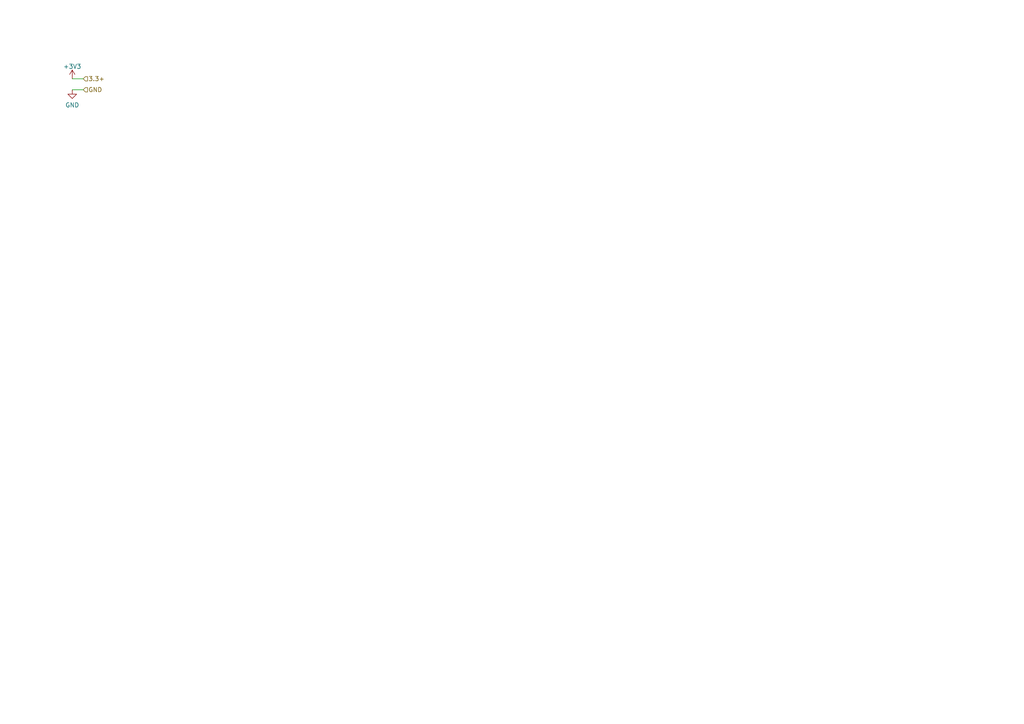
<source format=kicad_sch>
(kicad_sch (version 20211123) (generator eeschema)
  (paper "A4")
  (lib_symbols
    (symbol "power:+3.3V" (power) (pin_names (offset 0))
      (property "Value" "+3.3V" (at 0 3.556 0))
      (symbol "+3.3V_0_1"
        (polyline (pts (xy -0.762 1.27) (xy 0 2.54)))
        (polyline (pts (xy 0 0) (xy 0 2.54)))
        (polyline (pts (xy 0 2.54) (xy 0.762 1.27)))
      )
      (symbol "+3.3V_1_1"
        (pin power_in line (at 0 0 90) (length 0) hide (name "+3V3") (number "1"))
      )
    )
    (symbol "power:GND" (power) (pin_names (offset 0))
      (property "Value" "GND" (at 0 -3.81 0))
      (symbol "GND_0_1"
        (polyline (pts (xy 0 0) (xy 0 -1.27) (xy 1.27 -1.27) (xy 0 -2.54) (xy -1.27 -1.27) (xy 0 -1.27)))
      )
      (symbol "GND_1_1"
        (pin power_in line (at 0 0 270) (length 0) hide (name "GND") (number "1"))
      )
    )
  )
  (wire (pts (xy 20.955 22.86) (xy 24.13 22.86)))
  (wire (pts (xy 20.955 26.035) (xy 24.13 26.035)))
  (hierarchical_label "GND" (shape input) (at 24.13 26.035 0))
  (hierarchical_label "3.3+" (shape input) (at 24.13 22.86 0))
  (symbol (lib_id "power:GND") (at 20.955 26.035 0) (unit 1)
    (property "Reference" "#PWR?" (effects hide))
    (property "Value" "GND" (at 20.955 30.4784 0))
  )
  (symbol (lib_id "power:+3.3V") (at 20.955 22.86 0) (unit 1)
    (property "Reference" "#PWR?" (effects hide))
    (property "Value" "+3.3V" (at 20.955 19.2842 0))
  )
)
</source>
